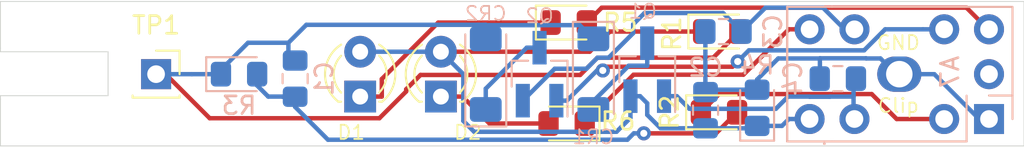
<source format=kicad_pcb>
(kicad_pcb (version 20171130) (host pcbnew "(5.1.5-0-10_14)")

  (general
    (thickness 1.6)
    (drawings 17)
    (tracks 137)
    (zones 0)
    (modules 18)
    (nets 16)
  )

  (page A4)
  (title_block
    (title "Fluke 9010a Probe")
    (date 2021-08-24)
    (rev 1.1)
    (comment 3 "M. Biry")
  )

  (layers
    (0 F.Cu signal hide)
    (31 B.Cu signal)
    (32 B.Adhes user)
    (33 F.Adhes user)
    (34 B.Paste user)
    (35 F.Paste user)
    (36 B.SilkS user)
    (37 F.SilkS user)
    (38 B.Mask user)
    (39 F.Mask user)
    (40 Dwgs.User user hide)
    (41 Cmts.User user)
    (42 Eco1.User user)
    (43 Eco2.User user)
    (44 Edge.Cuts user)
    (45 Margin user)
    (46 B.CrtYd user)
    (47 F.CrtYd user)
    (48 B.Fab user hide)
    (49 F.Fab user hide)
  )

  (setup
    (last_trace_width 0.25)
    (trace_clearance 0.2)
    (zone_clearance 0.508)
    (zone_45_only no)
    (trace_min 0.2)
    (via_size 0.8)
    (via_drill 0.4)
    (via_min_size 0.4)
    (via_min_drill 0.3)
    (uvia_size 0.3)
    (uvia_drill 0.1)
    (uvias_allowed no)
    (uvia_min_size 0.2)
    (uvia_min_drill 0.1)
    (edge_width 0.05)
    (segment_width 0.2)
    (pcb_text_width 0.3)
    (pcb_text_size 1.5 1.5)
    (mod_edge_width 0.12)
    (mod_text_size 1 1)
    (mod_text_width 0.15)
    (pad_size 1.524 1.524)
    (pad_drill 0.762)
    (pad_to_mask_clearance 0.051)
    (solder_mask_min_width 0.25)
    (aux_axis_origin 0 0)
    (visible_elements 7FFFFFFF)
    (pcbplotparams
      (layerselection 0x010fc_ffffffff)
      (usegerberextensions false)
      (usegerberattributes false)
      (usegerberadvancedattributes false)
      (creategerberjobfile false)
      (excludeedgelayer true)
      (linewidth 0.100000)
      (plotframeref false)
      (viasonmask false)
      (mode 1)
      (useauxorigin false)
      (hpglpennumber 1)
      (hpglpenspeed 20)
      (hpglpendiameter 15.000000)
      (psnegative false)
      (psa4output false)
      (plotreference true)
      (plotvalue true)
      (plotinvisibletext false)
      (padsonsilk false)
      (subtractmaskfromsilk false)
      (outputformat 1)
      (mirror false)
      (drillshape 0)
      (scaleselection 1)
      (outputdirectory "/Users/coma/Desktop/KiCAD/Fluke 9010a Probe/Fluke 9010a Probe/gerber/"))
  )

  (net 0 "")
  (net 1 "Net-(A7-Pad2)")
  (net 2 /~PULSEHI)
  (net 3 /+5V)
  (net 4 /SHIELD)
  (net 5 /~GRN)
  (net 6 /PULSELO)
  (net 7 /-.7V)
  (net 8 /~RED)
  (net 9 "Net-(C1-Pad1)")
  (net 10 "Net-(C1-Pad2)")
  (net 11 "Net-(CR1-Pad2)")
  (net 12 "Net-(CR2-Pad1)")
  (net 13 "Net-(D1-Pad1)")
  (net 14 "Net-(D2-Pad1)")
  (net 15 ProbeGND)

  (net_class Default "This is the default net class."
    (clearance 0.2)
    (trace_width 0.25)
    (via_dia 0.8)
    (via_drill 0.4)
    (uvia_dia 0.3)
    (uvia_drill 0.1)
    (add_net /+5V)
    (add_net /-.7V)
    (add_net /PULSELO)
    (add_net /SHIELD)
    (add_net /~GRN)
    (add_net /~PULSEHI)
    (add_net /~RED)
    (add_net "Net-(A7-Pad2)")
    (add_net "Net-(C1-Pad1)")
    (add_net "Net-(C1-Pad2)")
    (add_net "Net-(CR1-Pad2)")
    (add_net "Net-(CR2-Pad1)")
    (add_net "Net-(D1-Pad1)")
    (add_net "Net-(D2-Pad1)")
    (add_net ProbeGND)
  )

  (module Connector_PinSocket_2.54mm:PinSocket_1x01_P2.54mm_Vertical (layer F.Cu) (tedit 5A19A434) (tstamp 6127F946)
    (at 91.567 125.73)
    (descr "Through hole straight socket strip, 1x01, 2.54mm pitch, single row (from Kicad 4.0.7), script generated")
    (tags "Through hole socket strip THT 1x01 2.54mm single row")
    (path /612698D0)
    (fp_text reference TP1 (at 0 -2.77) (layer F.SilkS)
      (effects (font (size 1 1) (thickness 0.15)))
    )
    (fp_text value "Probe Tip" (at 0 2.77) (layer F.Fab)
      (effects (font (size 1 1) (thickness 0.15)))
    )
    (fp_text user %R (at 0 0) (layer F.Fab)
      (effects (font (size 1 1) (thickness 0.15)))
    )
    (fp_line (start -1.8 1.75) (end -1.8 -1.8) (layer F.CrtYd) (width 0.05))
    (fp_line (start 1.75 1.75) (end -1.8 1.75) (layer F.CrtYd) (width 0.05))
    (fp_line (start 1.75 -1.8) (end 1.75 1.75) (layer F.CrtYd) (width 0.05))
    (fp_line (start -1.8 -1.8) (end 1.75 -1.8) (layer F.CrtYd) (width 0.05))
    (fp_line (start 0 -1.33) (end 1.33 -1.33) (layer F.SilkS) (width 0.12))
    (fp_line (start 1.33 -1.33) (end 1.33 0) (layer F.SilkS) (width 0.12))
    (fp_line (start 1.33 1.21) (end 1.33 1.33) (layer F.SilkS) (width 0.12))
    (fp_line (start -1.33 1.21) (end -1.33 1.33) (layer F.SilkS) (width 0.12))
    (fp_line (start -1.33 1.33) (end 1.33 1.33) (layer F.SilkS) (width 0.12))
    (fp_line (start -1.27 1.27) (end -1.27 -1.27) (layer F.Fab) (width 0.1))
    (fp_line (start 1.27 1.27) (end -1.27 1.27) (layer F.Fab) (width 0.1))
    (fp_line (start 1.27 -0.635) (end 1.27 1.27) (layer F.Fab) (width 0.1))
    (fp_line (start 0.635 -1.27) (end 1.27 -0.635) (layer F.Fab) (width 0.1))
    (fp_line (start -1.27 -1.27) (end 0.635 -1.27) (layer F.Fab) (width 0.1))
    (pad 1 thru_hole rect (at 0 0) (size 1.7 1.7) (drill 1) (layers *.Cu *.Mask)
      (net 10 "Net-(C1-Pad2)"))
    (model ${KISYS3DMOD}/Connector_PinSocket_2.54mm.3dshapes/PinSocket_1x01_P2.54mm_Vertical.wrl
      (at (xyz 0 0 0))
      (scale (xyz 1 1 1))
      (rotate (xyz 0 0 0))
    )
  )

  (module Capacitor_SMD:C_0805_2012Metric_Pad1.15x1.40mm_HandSolder (layer B.Cu) (tedit 5B36C52B) (tstamp 613C65BB)
    (at 130.175 125.984 180)
    (descr "Capacitor SMD 0805 (2012 Metric), square (rectangular) end terminal, IPC_7351 nominal with elongated pad for handsoldering. (Body size source: https://docs.google.com/spreadsheets/d/1BsfQQcO9C6DZCsRaXUlFlo91Tg2WpOkGARC1WS5S8t0/edit?usp=sharing), generated with kicad-footprint-generator")
    (tags "capacitor handsolder")
    (path /61412478)
    (attr smd)
    (fp_text reference C4 (at 2.54 0 90) (layer B.SilkS)
      (effects (font (size 1 1) (thickness 0.15)) (justify mirror))
    )
    (fp_text value 44pF (at 0 -1.65) (layer B.Fab)
      (effects (font (size 1 1) (thickness 0.15)) (justify mirror))
    )
    (fp_text user %R (at 0 0) (layer B.Fab)
      (effects (font (size 0.5 0.5) (thickness 0.08)) (justify mirror))
    )
    (fp_line (start 1.85 -0.95) (end -1.85 -0.95) (layer B.CrtYd) (width 0.05))
    (fp_line (start 1.85 0.95) (end 1.85 -0.95) (layer B.CrtYd) (width 0.05))
    (fp_line (start -1.85 0.95) (end 1.85 0.95) (layer B.CrtYd) (width 0.05))
    (fp_line (start -1.85 -0.95) (end -1.85 0.95) (layer B.CrtYd) (width 0.05))
    (fp_line (start -0.261252 -0.71) (end 0.261252 -0.71) (layer B.SilkS) (width 0.12))
    (fp_line (start -0.261252 0.71) (end 0.261252 0.71) (layer B.SilkS) (width 0.12))
    (fp_line (start 1 -0.6) (end -1 -0.6) (layer B.Fab) (width 0.1))
    (fp_line (start 1 0.6) (end 1 -0.6) (layer B.Fab) (width 0.1))
    (fp_line (start -1 0.6) (end 1 0.6) (layer B.Fab) (width 0.1))
    (fp_line (start -1 -0.6) (end -1 0.6) (layer B.Fab) (width 0.1))
    (pad 2 smd roundrect (at 1.025 0 180) (size 1.15 1.4) (layers B.Cu B.Paste B.Mask) (roundrect_rratio 0.217391)
      (net 15 ProbeGND))
    (pad 1 smd roundrect (at -1.025 0 180) (size 1.15 1.4) (layers B.Cu B.Paste B.Mask) (roundrect_rratio 0.217391)
      (net 2 /~PULSEHI))
    (model ${KISYS3DMOD}/Capacitor_SMD.3dshapes/C_0805_2012Metric.wrl
      (at (xyz 0 0 0))
      (scale (xyz 1 1 1))
      (rotate (xyz 0 0 0))
    )
  )

  (module FlukeProbe:FlukeProbe_9Pin_3 (layer B.Cu) (tedit 6135BA11) (tstamp 6127E9EE)
    (at 138.735 128.27 90)
    (descr "Through hole straight socket strip, 1x09, 2.54mm pitch, single row (from Kicad 4.0.7), script generated")
    (tags "Through hole socket strip THT 1x09 2.54mm single row")
    (path /61251F5B)
    (fp_text reference A7 (at 2.667 -2.21 90) (layer B.SilkS)
      (effects (font (size 1 1) (thickness 0.15)) (justify mirror))
    )
    (fp_text value ProbeConn (at 2.286 -9.906 90) (layer B.Fab)
      (effects (font (size 0.508 0.508) (thickness 0.00762)) (justify mirror))
    )
    (fp_line (start -1.27 -11.43) (end -1.27 -8.89) (layer B.Fab) (width 0.12))
    (fp_line (start 6.35 -8.9) (end 6.35 -11.43) (layer B.Fab) (width 0.12))
    (fp_line (start 6.477 -11.43) (end 6.477 -9.3472) (layer B.CrtYd) (width 0.12))
    (fp_line (start -1.397 -9.3472) (end -1.397 -11.43) (layer B.CrtYd) (width 0.12))
    (fp_line (start -1.4 -9.3) (end -1.4 -9.35) (layer B.SilkS) (width 0.12))
    (fp_line (start 6.35 -11.43) (end 6.35 -8.89) (layer B.SilkS) (width 0.12))
    (fp_line (start -1.27 -11.43) (end 6.35 -11.43) (layer B.SilkS) (width 0.12))
    (fp_line (start -1.27 -8.89) (end -1.27 -11.43) (layer B.SilkS) (width 0.12))
    (fp_line (start -1.397 -11.43) (end 6.477 -11.43) (layer B.CrtYd) (width 0.12))
    (fp_line (start -1.397 1.8) (end 6.477 1.8) (layer B.CrtYd) (width 0.12))
    (fp_line (start 6.35 1.3208) (end 1.3208 1.3208) (layer B.Fab) (width 0.12))
    (fp_line (start 6.35 -8.89) (end 6.35 1.3208) (layer B.Fab) (width 0.12))
    (fp_line (start -1.27 -11.43) (end 6.35 -11.43) (layer B.Fab) (width 0.12))
    (fp_line (start -1.27 1.27) (end -1.27 -8.89) (layer B.Fab) (width 0.12))
    (fp_line (start -1.27 -1.27) (end 1.3208 -1.27) (layer B.SilkS) (width 0.12))
    (fp_line (start -1.27 -8.89) (end -1.27 -1.27) (layer B.SilkS) (width 0.12))
    (fp_line (start 6.477 -9.3472) (end 6.477 1.8) (layer B.CrtYd) (width 0.12))
    (fp_line (start -1.397 1.8) (end -1.397 -9.3472) (layer B.CrtYd) (width 0.12))
    (fp_line (start 1.33 1.33) (end 6.35 1.33) (layer B.SilkS) (width 0.12))
    (fp_line (start 6.35 1.27) (end 6.35 -8.89) (layer B.SilkS) (width 0.12))
    (fp_line (start -1.27 -11.43) (end 6.35 -11.43) (layer B.SilkS) (width 0.12))
    (fp_text user %R (at 2.7178 -4.8514 180) (layer B.Fab)
      (effects (font (size 1 1) (thickness 0.15)) (justify mirror))
    )
    (fp_line (start 0 1.33) (end 1.33 1.33) (layer B.SilkS) (width 0.12))
    (fp_line (start 1.33 1.33) (end 1.33 0) (layer B.SilkS) (width 0.12))
    (fp_line (start 0.635 1.27) (end 1.27 0.635) (layer B.Fab) (width 0.1))
    (fp_line (start -1.27 1.27) (end 0.635 1.27) (layer B.Fab) (width 0.1))
    (pad 10 thru_hole oval (at 2.54 -5.08 90) (size 2 2.5) (drill 1.5) (layers *.Cu *.Mask)
      (net 15 ProbeGND))
    (pad 9 thru_hole oval (at 5.08 -10.16 90) (size 1.7 1.7) (drill 1) (layers *.Cu *.Mask)
      (net 8 /~RED))
    (pad 8 thru_hole oval (at 5.08 -7.62 90) (size 1.7 1.7) (drill 1) (layers *.Cu *.Mask)
      (net 7 /-.7V))
    (pad 7 thru_hole oval (at 5.08 -2.54 90) (size 1.7 1.7) (drill 1) (layers *.Cu *.Mask)
      (net 6 /PULSELO))
    (pad 6 thru_hole oval (at 5.08 0 90) (size 1.7 1.7) (drill 1) (layers *.Cu *.Mask)
      (net 5 /~GRN))
    (pad 5 thru_hole oval (at 2.54 0 90) (size 1.7 1.7) (drill 1) (layers *.Cu *.Mask)
      (net 4 /SHIELD))
    (pad 4 thru_hole oval (at 0 -10.16 90) (size 1.7 1.7) (drill 1) (layers *.Cu *.Mask)
      (net 3 /+5V))
    (pad 3 thru_hole oval (at 0 -7.62 90) (size 1.7 1.7) (drill 1) (layers *.Cu *.Mask)
      (net 2 /~PULSEHI))
    (pad 2 thru_hole oval (at 0 -2.54 90) (size 1.7 1.7) (drill 1) (layers *.Cu *.Mask)
      (net 1 "Net-(A7-Pad2)"))
    (pad 1 thru_hole rect (at 0 0 90) (size 1.7 1.7) (drill 1) (layers *.Cu *.Mask)
      (net 15 ProbeGND))
  )

  (module Diode_SMD:D_1806_4516Metric (layer B.Cu) (tedit 5B301BBE) (tstamp 61285EE9)
    (at 110.236 125.73 90)
    (descr "Diode SMD 1806 (4516 Metric), square (rectangular) end terminal, IPC_7351 nominal, (Body size source: https://www.modelithics.com/models/Vendor/MuRata/BLM41P.pdf), generated with kicad-footprint-generator")
    (tags diode)
    (path /6125782D)
    (attr smd)
    (fp_text reference CR2 (at 3.429 0 180) (layer B.SilkS)
      (effects (font (size 0.8 0.8) (thickness 0.1)) (justify mirror))
    )
    (fp_text value 1N4448 (at 0 -1.85 90) (layer B.Fab)
      (effects (font (size 1 1) (thickness 0.15)) (justify mirror))
    )
    (fp_text user %R (at 0 0 90) (layer B.Fab)
      (effects (font (size 1 1) (thickness 0.15)) (justify mirror))
    )
    (fp_line (start 2.95 -1.15) (end -2.95 -1.15) (layer B.CrtYd) (width 0.05))
    (fp_line (start 2.95 1.15) (end 2.95 -1.15) (layer B.CrtYd) (width 0.05))
    (fp_line (start -2.95 1.15) (end 2.95 1.15) (layer B.CrtYd) (width 0.05))
    (fp_line (start -2.95 -1.15) (end -2.95 1.15) (layer B.CrtYd) (width 0.05))
    (fp_line (start -2.96 -1.16) (end 2.25 -1.16) (layer B.SilkS) (width 0.12))
    (fp_line (start -2.96 1.16) (end -2.96 -1.16) (layer B.SilkS) (width 0.12))
    (fp_line (start 2.25 1.16) (end -2.96 1.16) (layer B.SilkS) (width 0.12))
    (fp_line (start 2.25 -0.8) (end 2.25 0.8) (layer B.Fab) (width 0.1))
    (fp_line (start -2.25 -0.8) (end 2.25 -0.8) (layer B.Fab) (width 0.1))
    (fp_line (start -2.25 0.4) (end -2.25 -0.8) (layer B.Fab) (width 0.1))
    (fp_line (start -1.85 0.8) (end -2.25 0.4) (layer B.Fab) (width 0.1))
    (fp_line (start 2.25 0.8) (end -1.85 0.8) (layer B.Fab) (width 0.1))
    (pad 2 smd roundrect (at 2 0 90) (size 1.4 1.8) (layers B.Cu B.Paste B.Mask) (roundrect_rratio 0.178571)
      (net 10 "Net-(C1-Pad2)"))
    (pad 1 smd roundrect (at -2 0 90) (size 1.4 1.8) (layers B.Cu B.Paste B.Mask) (roundrect_rratio 0.178571)
      (net 12 "Net-(CR2-Pad1)"))
    (model ${KISYS3DMOD}/Diode_SMD.3dshapes/D_1806_4516Metric.wrl
      (at (xyz 0 0 0))
      (scale (xyz 1 1 1))
      (rotate (xyz 0 0 0))
    )
  )

  (module Diode_SMD:D_1806_4516Metric (layer B.Cu) (tedit 5B301BBE) (tstamp 6127EA34)
    (at 116.332 125.73 270)
    (descr "Diode SMD 1806 (4516 Metric), square (rectangular) end terminal, IPC_7351 nominal, (Body size source: https://www.modelithics.com/models/Vendor/MuRata/BLM41P.pdf), generated with kicad-footprint-generator")
    (tags diode)
    (path /61254DC2)
    (attr smd)
    (fp_text reference CR1 (at 3.556 0 180) (layer B.SilkS)
      (effects (font (size 0.8 0.8) (thickness 0.1)) (justify mirror))
    )
    (fp_text value 1N4448 (at 0 -1.85 90) (layer B.Fab)
      (effects (font (size 1 1) (thickness 0.15)) (justify mirror))
    )
    (fp_text user %R (at 0 0 90) (layer B.Fab)
      (effects (font (size 1 1) (thickness 0.15)) (justify mirror))
    )
    (fp_line (start 2.95 -1.15) (end -2.95 -1.15) (layer B.CrtYd) (width 0.05))
    (fp_line (start 2.95 1.15) (end 2.95 -1.15) (layer B.CrtYd) (width 0.05))
    (fp_line (start -2.95 1.15) (end 2.95 1.15) (layer B.CrtYd) (width 0.05))
    (fp_line (start -2.95 -1.15) (end -2.95 1.15) (layer B.CrtYd) (width 0.05))
    (fp_line (start -2.96 -1.16) (end 2.25 -1.16) (layer B.SilkS) (width 0.12))
    (fp_line (start -2.96 1.16) (end -2.96 -1.16) (layer B.SilkS) (width 0.12))
    (fp_line (start 2.25 1.16) (end -2.96 1.16) (layer B.SilkS) (width 0.12))
    (fp_line (start 2.25 -0.8) (end 2.25 0.8) (layer B.Fab) (width 0.1))
    (fp_line (start -2.25 -0.8) (end 2.25 -0.8) (layer B.Fab) (width 0.1))
    (fp_line (start -2.25 0.4) (end -2.25 -0.8) (layer B.Fab) (width 0.1))
    (fp_line (start -1.85 0.8) (end -2.25 0.4) (layer B.Fab) (width 0.1))
    (fp_line (start 2.25 0.8) (end -1.85 0.8) (layer B.Fab) (width 0.1))
    (pad 2 smd roundrect (at 2 0 270) (size 1.4 1.8) (layers B.Cu B.Paste B.Mask) (roundrect_rratio 0.178571)
      (net 11 "Net-(CR1-Pad2)"))
    (pad 1 smd roundrect (at -2 0 270) (size 1.4 1.8) (layers B.Cu B.Paste B.Mask) (roundrect_rratio 0.178571)
      (net 10 "Net-(C1-Pad2)"))
    (model ${KISYS3DMOD}/Diode_SMD.3dshapes/D_1806_4516Metric.wrl
      (at (xyz 0 0 0))
      (scale (xyz 1 1 1))
      (rotate (xyz 0 0 0))
    )
  )

  (module Capacitor_SMD:C_0805_2012Metric_Pad1.15x1.40mm_HandSolder (layer B.Cu) (tedit 5B36C52B) (tstamp 6135D29E)
    (at 99.441 125.984 90)
    (descr "Capacitor SMD 0805 (2012 Metric), square (rectangular) end terminal, IPC_7351 nominal with elongated pad for handsoldering. (Body size source: https://docs.google.com/spreadsheets/d/1BsfQQcO9C6DZCsRaXUlFlo91Tg2WpOkGARC1WS5S8t0/edit?usp=sharing), generated with kicad-footprint-generator")
    (tags "capacitor handsolder")
    (path /61250885)
    (attr smd)
    (fp_text reference C1 (at 0 1.65 -90) (layer B.SilkS)
      (effects (font (size 1 1) (thickness 0.15)) (justify mirror))
    )
    (fp_text value "33 pF 100V" (at 0 -1.65 -90) (layer B.Fab)
      (effects (font (size 1 1) (thickness 0.15)) (justify mirror))
    )
    (fp_line (start -1 -0.6) (end -1 0.6) (layer B.Fab) (width 0.1))
    (fp_line (start -1 0.6) (end 1 0.6) (layer B.Fab) (width 0.1))
    (fp_line (start 1 0.6) (end 1 -0.6) (layer B.Fab) (width 0.1))
    (fp_line (start 1 -0.6) (end -1 -0.6) (layer B.Fab) (width 0.1))
    (fp_line (start -0.261252 0.71) (end 0.261252 0.71) (layer B.SilkS) (width 0.12))
    (fp_line (start -0.261252 -0.71) (end 0.261252 -0.71) (layer B.SilkS) (width 0.12))
    (fp_line (start -1.85 -0.95) (end -1.85 0.95) (layer B.CrtYd) (width 0.05))
    (fp_line (start -1.85 0.95) (end 1.85 0.95) (layer B.CrtYd) (width 0.05))
    (fp_line (start 1.85 0.95) (end 1.85 -0.95) (layer B.CrtYd) (width 0.05))
    (fp_line (start 1.85 -0.95) (end -1.85 -0.95) (layer B.CrtYd) (width 0.05))
    (fp_text user %R (at 0 0 -90) (layer B.Fab)
      (effects (font (size 0.5 0.5) (thickness 0.08)) (justify mirror))
    )
    (pad 1 smd roundrect (at -1.025 0 90) (size 1.15 1.4) (layers B.Cu B.Paste B.Mask) (roundrect_rratio 0.217391)
      (net 9 "Net-(C1-Pad1)"))
    (pad 2 smd roundrect (at 1.025 0 90) (size 1.15 1.4) (layers B.Cu B.Paste B.Mask) (roundrect_rratio 0.217391)
      (net 10 "Net-(C1-Pad2)"))
    (model ${KISYS3DMOD}/Capacitor_SMD.3dshapes/C_0805_2012Metric.wrl
      (at (xyz 0 0 0))
      (scale (xyz 1 1 1))
      (rotate (xyz 0 0 0))
    )
  )

  (module Capacitor_SMD:C_0805_2012Metric_Pad1.15x1.40mm_HandSolder (layer B.Cu) (tedit 5B36C52B) (tstamp 6135CEEE)
    (at 122.682 127.771 90)
    (descr "Capacitor SMD 0805 (2012 Metric), square (rectangular) end terminal, IPC_7351 nominal with elongated pad for handsoldering. (Body size source: https://docs.google.com/spreadsheets/d/1BsfQQcO9C6DZCsRaXUlFlo91Tg2WpOkGARC1WS5S8t0/edit?usp=sharing), generated with kicad-footprint-generator")
    (tags "capacitor handsolder")
    (path /61253ACB)
    (attr smd)
    (fp_text reference C2 (at 2.422 0 180) (layer B.SilkS)
      (effects (font (size 1 1) (thickness 0.15)) (justify mirror))
    )
    (fp_text value ".39uF 50V" (at -0.254 2.032 90) (layer B.Fab)
      (effects (font (size 1 1) (thickness 0.15)) (justify mirror))
    )
    (fp_text user %R (at 0 0 90) (layer B.Fab)
      (effects (font (size 0.5 0.5) (thickness 0.08)) (justify mirror))
    )
    (fp_line (start 1.85 -0.95) (end -1.85 -0.95) (layer B.CrtYd) (width 0.05))
    (fp_line (start 1.85 0.95) (end 1.85 -0.95) (layer B.CrtYd) (width 0.05))
    (fp_line (start -1.85 0.95) (end 1.85 0.95) (layer B.CrtYd) (width 0.05))
    (fp_line (start -1.85 -0.95) (end -1.85 0.95) (layer B.CrtYd) (width 0.05))
    (fp_line (start -0.261252 -0.71) (end 0.261252 -0.71) (layer B.SilkS) (width 0.12))
    (fp_line (start -0.261252 0.71) (end 0.261252 0.71) (layer B.SilkS) (width 0.12))
    (fp_line (start 1 -0.6) (end -1 -0.6) (layer B.Fab) (width 0.1))
    (fp_line (start 1 0.6) (end 1 -0.6) (layer B.Fab) (width 0.1))
    (fp_line (start -1 0.6) (end 1 0.6) (layer B.Fab) (width 0.1))
    (fp_line (start -1 -0.6) (end -1 0.6) (layer B.Fab) (width 0.1))
    (pad 2 smd roundrect (at 1.025 0 90) (size 1.15 1.4) (layers B.Cu B.Paste B.Mask) (roundrect_rratio 0.217391)
      (net 15 ProbeGND))
    (pad 1 smd roundrect (at -1.025 0 90) (size 1.15 1.4) (layers B.Cu B.Paste B.Mask) (roundrect_rratio 0.217391)
      (net 3 /+5V))
    (model ${KISYS3DMOD}/Capacitor_SMD.3dshapes/C_0805_2012Metric.wrl
      (at (xyz 0 0 0))
      (scale (xyz 1 1 1))
      (rotate (xyz 0 0 0))
    )
  )

  (module Capacitor_SMD:C_0805_2012Metric_Pad1.15x1.40mm_HandSolder (layer B.Cu) (tedit 5B36C52B) (tstamp 6135D0C5)
    (at 123.698 123.317 180)
    (descr "Capacitor SMD 0805 (2012 Metric), square (rectangular) end terminal, IPC_7351 nominal with elongated pad for handsoldering. (Body size source: https://docs.google.com/spreadsheets/d/1BsfQQcO9C6DZCsRaXUlFlo91Tg2WpOkGARC1WS5S8t0/edit?usp=sharing), generated with kicad-footprint-generator")
    (tags "capacitor handsolder")
    (path /61254546)
    (attr smd)
    (fp_text reference C3 (at -2.803 0 270) (layer B.SilkS)
      (effects (font (size 1 1) (thickness 0.15)) (justify mirror))
    )
    (fp_text value ".39uF 50V" (at 0 -1.65) (layer B.Fab)
      (effects (font (size 1 1) (thickness 0.15)) (justify mirror))
    )
    (fp_line (start -1 -0.6) (end -1 0.6) (layer B.Fab) (width 0.1))
    (fp_line (start -1 0.6) (end 1 0.6) (layer B.Fab) (width 0.1))
    (fp_line (start 1 0.6) (end 1 -0.6) (layer B.Fab) (width 0.1))
    (fp_line (start 1 -0.6) (end -1 -0.6) (layer B.Fab) (width 0.1))
    (fp_line (start -0.261252 0.71) (end 0.261252 0.71) (layer B.SilkS) (width 0.12))
    (fp_line (start -0.261252 -0.71) (end 0.261252 -0.71) (layer B.SilkS) (width 0.12))
    (fp_line (start -1.85 -0.95) (end -1.85 0.95) (layer B.CrtYd) (width 0.05))
    (fp_line (start -1.85 0.95) (end 1.85 0.95) (layer B.CrtYd) (width 0.05))
    (fp_line (start 1.85 0.95) (end 1.85 -0.95) (layer B.CrtYd) (width 0.05))
    (fp_line (start 1.85 -0.95) (end -1.85 -0.95) (layer B.CrtYd) (width 0.05))
    (fp_text user %R (at 0 0) (layer B.Fab)
      (effects (font (size 0.5 0.5) (thickness 0.08)) (justify mirror))
    )
    (pad 1 smd roundrect (at -1.025 0 180) (size 1.15 1.4) (layers B.Cu B.Paste B.Mask) (roundrect_rratio 0.217391)
      (net 7 /-.7V))
    (pad 2 smd roundrect (at 1.025 0 180) (size 1.15 1.4) (layers B.Cu B.Paste B.Mask) (roundrect_rratio 0.217391)
      (net 15 ProbeGND))
    (model ${KISYS3DMOD}/Capacitor_SMD.3dshapes/C_0805_2012Metric.wrl
      (at (xyz 0 0 0))
      (scale (xyz 1 1 1))
      (rotate (xyz 0 0 0))
    )
  )

  (module LED_THT:LED_D3.0mm (layer F.Cu) (tedit 587A3A7B) (tstamp 6127F24A)
    (at 103.124 127 90)
    (descr "LED, diameter 3.0mm, 2 pins")
    (tags "LED diameter 3.0mm 2 pins")
    (path /61263610)
    (fp_text reference D1 (at -2.032 -0.508 180) (layer F.SilkS)
      (effects (font (size 0.8 0.8) (thickness 0.1)))
    )
    (fp_text value GRN (at 4.445 0.127 180) (layer F.Fab)
      (effects (font (size 1 1) (thickness 0.15)))
    )
    (fp_arc (start 1.27 0) (end -0.23 -1.16619) (angle 284.3) (layer F.Fab) (width 0.1))
    (fp_arc (start 1.27 0) (end -0.29 -1.235516) (angle 108.8) (layer F.SilkS) (width 0.12))
    (fp_arc (start 1.27 0) (end -0.29 1.235516) (angle -108.8) (layer F.SilkS) (width 0.12))
    (fp_arc (start 1.27 0) (end 0.229039 -1.08) (angle 87.9) (layer F.SilkS) (width 0.12))
    (fp_arc (start 1.27 0) (end 0.229039 1.08) (angle -87.9) (layer F.SilkS) (width 0.12))
    (fp_circle (center 1.27 0) (end 2.77 0) (layer F.Fab) (width 0.1))
    (fp_line (start -0.23 -1.16619) (end -0.23 1.16619) (layer F.Fab) (width 0.1))
    (fp_line (start -0.29 -1.236) (end -0.29 -1.08) (layer F.SilkS) (width 0.12))
    (fp_line (start -0.29 1.08) (end -0.29 1.236) (layer F.SilkS) (width 0.12))
    (fp_line (start -1.15 -2.25) (end -1.15 2.25) (layer F.CrtYd) (width 0.05))
    (fp_line (start -1.15 2.25) (end 3.7 2.25) (layer F.CrtYd) (width 0.05))
    (fp_line (start 3.7 2.25) (end 3.7 -2.25) (layer F.CrtYd) (width 0.05))
    (fp_line (start 3.7 -2.25) (end -1.15 -2.25) (layer F.CrtYd) (width 0.05))
    (pad 1 thru_hole rect (at 0 0 90) (size 1.8 1.8) (drill 0.9) (layers *.Cu *.Mask)
      (net 13 "Net-(D1-Pad1)"))
    (pad 2 thru_hole circle (at 2.54 0 90) (size 1.8 1.8) (drill 0.9) (layers *.Cu *.Mask)
      (net 3 /+5V))
    (model ${KISYS3DMOD}/LED_THT.3dshapes/LED_D3.0mm.wrl
      (at (xyz 0 0 0))
      (scale (xyz 1 1 1))
      (rotate (xyz 0 0 0))
    )
  )

  (module LED_THT:LED_D3.0mm (layer F.Cu) (tedit 587A3A7B) (tstamp 6127F214)
    (at 107.696 127 90)
    (descr "LED, diameter 3.0mm, 2 pins")
    (tags "LED diameter 3.0mm 2 pins")
    (path /6126478A)
    (fp_text reference D2 (at -2.032 1.524 180) (layer F.SilkS)
      (effects (font (size 0.8 0.8) (thickness 0.1)))
    )
    (fp_text value RED (at 4.445 -0.127 180) (layer F.Fab)
      (effects (font (size 1 1) (thickness 0.15)))
    )
    (fp_line (start 3.7 -2.25) (end -1.15 -2.25) (layer F.CrtYd) (width 0.05))
    (fp_line (start 3.7 2.25) (end 3.7 -2.25) (layer F.CrtYd) (width 0.05))
    (fp_line (start -1.15 2.25) (end 3.7 2.25) (layer F.CrtYd) (width 0.05))
    (fp_line (start -1.15 -2.25) (end -1.15 2.25) (layer F.CrtYd) (width 0.05))
    (fp_line (start -0.29 1.08) (end -0.29 1.236) (layer F.SilkS) (width 0.12))
    (fp_line (start -0.29 -1.236) (end -0.29 -1.08) (layer F.SilkS) (width 0.12))
    (fp_line (start -0.23 -1.16619) (end -0.23 1.16619) (layer F.Fab) (width 0.1))
    (fp_circle (center 1.27 0) (end 2.77 0) (layer F.Fab) (width 0.1))
    (fp_arc (start 1.27 0) (end 0.229039 1.08) (angle -87.9) (layer F.SilkS) (width 0.12))
    (fp_arc (start 1.27 0) (end 0.229039 -1.08) (angle 87.9) (layer F.SilkS) (width 0.12))
    (fp_arc (start 1.27 0) (end -0.29 1.235516) (angle -108.8) (layer F.SilkS) (width 0.12))
    (fp_arc (start 1.27 0) (end -0.29 -1.235516) (angle 108.8) (layer F.SilkS) (width 0.12))
    (fp_arc (start 1.27 0) (end -0.23 -1.16619) (angle 284.3) (layer F.Fab) (width 0.1))
    (pad 2 thru_hole circle (at 2.54 0 90) (size 1.8 1.8) (drill 0.9) (layers *.Cu *.Mask)
      (net 3 /+5V))
    (pad 1 thru_hole rect (at 0 0 90) (size 1.8 1.8) (drill 0.9) (layers *.Cu *.Mask)
      (net 14 "Net-(D2-Pad1)"))
    (model ${KISYS3DMOD}/LED_THT.3dshapes/LED_D3.0mm.wrl
      (at (xyz 0 0 0))
      (scale (xyz 1 1 1))
      (rotate (xyz 0 0 0))
    )
  )

  (module Package_TO_SOT_SMD:SOT-23_Handsoldering (layer B.Cu) (tedit 5A0AB76C) (tstamp 61285F6D)
    (at 119.38 125.476 90)
    (descr "SOT-23, Handsoldering")
    (tags SOT-23)
    (path /612533ED)
    (attr smd)
    (fp_text reference Q1 (at 3.302 -0.254) (layer B.SilkS)
      (effects (font (size 0.8 0.8) (thickness 0.1)) (justify mirror))
    )
    (fp_text value MMBT3906 (at 0 -2.5 -90) (layer B.Fab)
      (effects (font (size 1 1) (thickness 0.15)) (justify mirror))
    )
    (fp_text user %R (at 0 0) (layer B.Fab)
      (effects (font (size 0.5 0.5) (thickness 0.075)) (justify mirror))
    )
    (fp_line (start 0.76 -1.58) (end 0.76 -0.65) (layer B.SilkS) (width 0.12))
    (fp_line (start 0.76 1.58) (end 0.76 0.65) (layer B.SilkS) (width 0.12))
    (fp_line (start -2.7 1.75) (end 2.7 1.75) (layer B.CrtYd) (width 0.05))
    (fp_line (start 2.7 1.75) (end 2.7 -1.75) (layer B.CrtYd) (width 0.05))
    (fp_line (start 2.7 -1.75) (end -2.7 -1.75) (layer B.CrtYd) (width 0.05))
    (fp_line (start -2.7 -1.75) (end -2.7 1.75) (layer B.CrtYd) (width 0.05))
    (fp_line (start 0.76 1.58) (end -2.4 1.58) (layer B.SilkS) (width 0.12))
    (fp_line (start -0.7 0.95) (end -0.7 -1.5) (layer B.Fab) (width 0.1))
    (fp_line (start -0.15 1.52) (end 0.7 1.52) (layer B.Fab) (width 0.1))
    (fp_line (start -0.7 0.95) (end -0.15 1.52) (layer B.Fab) (width 0.1))
    (fp_line (start 0.7 1.52) (end 0.7 -1.52) (layer B.Fab) (width 0.1))
    (fp_line (start -0.7 -1.52) (end 0.7 -1.52) (layer B.Fab) (width 0.1))
    (fp_line (start 0.76 -1.58) (end -0.7 -1.58) (layer B.SilkS) (width 0.12))
    (pad 1 smd rect (at -1.5 0.95 90) (size 1.9 0.8) (layers B.Cu B.Paste B.Mask)
      (net 2 /~PULSEHI))
    (pad 2 smd rect (at -1.5 -0.95 90) (size 1.9 0.8) (layers B.Cu B.Paste B.Mask)
      (net 3 /+5V))
    (pad 3 smd rect (at 1.5 0 90) (size 1.9 0.8) (layers B.Cu B.Paste B.Mask)
      (net 11 "Net-(CR1-Pad2)"))
    (model ${KISYS3DMOD}/Package_TO_SOT_SMD.3dshapes/SOT-23.wrl
      (at (xyz 0 0 0))
      (scale (xyz 1 1 1))
      (rotate (xyz 0 0 0))
    )
  )

  (module Package_TO_SOT_SMD:SOT-23_Handsoldering (layer B.Cu) (tedit 5A0AB76C) (tstamp 6127EA97)
    (at 113.284 125.73 90)
    (descr "SOT-23, Handsoldering")
    (tags SOT-23)
    (path /61253EA2)
    (attr smd)
    (fp_text reference Q2 (at 3.302 0 180) (layer B.SilkS)
      (effects (font (size 0.8 0.8) (thickness 0.1)) (justify mirror))
    )
    (fp_text value MMBT3904 (at 0 -2.5 90) (layer B.Fab)
      (effects (font (size 1 1) (thickness 0.15)) (justify mirror))
    )
    (fp_line (start 0.76 -1.58) (end -0.7 -1.58) (layer B.SilkS) (width 0.12))
    (fp_line (start -0.7 -1.52) (end 0.7 -1.52) (layer B.Fab) (width 0.1))
    (fp_line (start 0.7 1.52) (end 0.7 -1.52) (layer B.Fab) (width 0.1))
    (fp_line (start -0.7 0.95) (end -0.15 1.52) (layer B.Fab) (width 0.1))
    (fp_line (start -0.15 1.52) (end 0.7 1.52) (layer B.Fab) (width 0.1))
    (fp_line (start -0.7 0.95) (end -0.7 -1.5) (layer B.Fab) (width 0.1))
    (fp_line (start 0.76 1.58) (end -2.4 1.58) (layer B.SilkS) (width 0.12))
    (fp_line (start -2.7 -1.75) (end -2.7 1.75) (layer B.CrtYd) (width 0.05))
    (fp_line (start 2.7 -1.75) (end -2.7 -1.75) (layer B.CrtYd) (width 0.05))
    (fp_line (start 2.7 1.75) (end 2.7 -1.75) (layer B.CrtYd) (width 0.05))
    (fp_line (start -2.7 1.75) (end 2.7 1.75) (layer B.CrtYd) (width 0.05))
    (fp_line (start 0.76 1.58) (end 0.76 0.65) (layer B.SilkS) (width 0.12))
    (fp_line (start 0.76 -1.58) (end 0.76 -0.65) (layer B.SilkS) (width 0.12))
    (fp_text user %R (at 0 0 180) (layer B.Fab)
      (effects (font (size 0.5 0.5) (thickness 0.075)) (justify mirror))
    )
    (pad 3 smd rect (at 1.5 0 90) (size 1.9 0.8) (layers B.Cu B.Paste B.Mask)
      (net 12 "Net-(CR2-Pad1)"))
    (pad 2 smd rect (at -1.5 -0.95 90) (size 1.9 0.8) (layers B.Cu B.Paste B.Mask)
      (net 7 /-.7V))
    (pad 1 smd rect (at -1.5 0.95 90) (size 1.9 0.8) (layers B.Cu B.Paste B.Mask)
      (net 6 /PULSELO))
    (model ${KISYS3DMOD}/Package_TO_SOT_SMD.3dshapes/SOT-23.wrl
      (at (xyz 0 0 0))
      (scale (xyz 1 1 1))
      (rotate (xyz 0 0 0))
    )
  )

  (module Diode_SMD:D_0805_2012Metric_Pad1.15x1.40mm_HandSolder (layer F.Cu) (tedit 5B4B45C8) (tstamp 6127EAAA)
    (at 123.571 123.317)
    (descr "Diode SMD 0805 (2012 Metric), square (rectangular) end terminal, IPC_7351 nominal, (Body size source: https://docs.google.com/spreadsheets/d/1BsfQQcO9C6DZCsRaXUlFlo91Tg2WpOkGARC1WS5S8t0/edit?usp=sharing), generated with kicad-footprint-generator")
    (tags "diode handsolder")
    (path /6125BB9F)
    (attr smd)
    (fp_text reference R1 (at -2.794 0.127 90) (layer F.SilkS)
      (effects (font (size 1 1) (thickness 0.15)))
    )
    (fp_text value "205K 1%" (at 0 1.65) (layer F.Fab)
      (effects (font (size 1 1) (thickness 0.15)))
    )
    (fp_line (start 1 -0.6) (end -0.7 -0.6) (layer F.Fab) (width 0.1))
    (fp_line (start -0.7 -0.6) (end -1 -0.3) (layer F.Fab) (width 0.1))
    (fp_line (start -1 -0.3) (end -1 0.6) (layer F.Fab) (width 0.1))
    (fp_line (start -1 0.6) (end 1 0.6) (layer F.Fab) (width 0.1))
    (fp_line (start 1 0.6) (end 1 -0.6) (layer F.Fab) (width 0.1))
    (fp_line (start 1 -0.96) (end -1.86 -0.96) (layer F.SilkS) (width 0.12))
    (fp_line (start -1.86 -0.96) (end -1.86 0.96) (layer F.SilkS) (width 0.12))
    (fp_line (start -1.86 0.96) (end 1 0.96) (layer F.SilkS) (width 0.12))
    (fp_line (start -1.85 0.95) (end -1.85 -0.95) (layer F.CrtYd) (width 0.05))
    (fp_line (start -1.85 -0.95) (end 1.85 -0.95) (layer F.CrtYd) (width 0.05))
    (fp_line (start 1.85 -0.95) (end 1.85 0.95) (layer F.CrtYd) (width 0.05))
    (fp_line (start 1.85 0.95) (end -1.85 0.95) (layer F.CrtYd) (width 0.05))
    (fp_text user %R (at 0 0) (layer F.Fab)
      (effects (font (size 0.5 0.5) (thickness 0.08)))
    )
    (pad 1 smd roundrect (at -1.025 0) (size 1.15 1.4) (layers F.Cu F.Paste F.Mask) (roundrect_rratio 0.217391)
      (net 3 /+5V))
    (pad 2 smd roundrect (at 1.025 0) (size 1.15 1.4) (layers F.Cu F.Paste F.Mask) (roundrect_rratio 0.217391)
      (net 10 "Net-(C1-Pad2)"))
    (model ${KISYS3DMOD}/Diode_SMD.3dshapes/D_0805_2012Metric.wrl
      (at (xyz 0 0 0))
      (scale (xyz 1 1 1))
      (rotate (xyz 0 0 0))
    )
  )

  (module Diode_SMD:D_0805_2012Metric_Pad1.15x1.40mm_HandSolder (layer F.Cu) (tedit 5B4B45C8) (tstamp 613C7077)
    (at 123.444 127.889)
    (descr "Diode SMD 0805 (2012 Metric), square (rectangular) end terminal, IPC_7351 nominal, (Body size source: https://docs.google.com/spreadsheets/d/1BsfQQcO9C6DZCsRaXUlFlo91Tg2WpOkGARC1WS5S8t0/edit?usp=sharing), generated with kicad-footprint-generator")
    (tags "diode handsolder")
    (path /6125C2FD)
    (attr smd)
    (fp_text reference R2 (at -2.803 0 90) (layer F.SilkS)
      (effects (font (size 1 1) (thickness 0.15)))
    )
    (fp_text value 220R (at -0.263 -1.778) (layer F.Fab)
      (effects (font (size 1 1) (thickness 0.15)))
    )
    (fp_text user %R (at 0 0) (layer F.Fab)
      (effects (font (size 0.5 0.5) (thickness 0.08)))
    )
    (fp_line (start 1.85 0.95) (end -1.85 0.95) (layer F.CrtYd) (width 0.05))
    (fp_line (start 1.85 -0.95) (end 1.85 0.95) (layer F.CrtYd) (width 0.05))
    (fp_line (start -1.85 -0.95) (end 1.85 -0.95) (layer F.CrtYd) (width 0.05))
    (fp_line (start -1.85 0.95) (end -1.85 -0.95) (layer F.CrtYd) (width 0.05))
    (fp_line (start -1.86 0.96) (end 1 0.96) (layer F.SilkS) (width 0.12))
    (fp_line (start -1.86 -0.96) (end -1.86 0.96) (layer F.SilkS) (width 0.12))
    (fp_line (start 1 -0.96) (end -1.86 -0.96) (layer F.SilkS) (width 0.12))
    (fp_line (start 1 0.6) (end 1 -0.6) (layer F.Fab) (width 0.1))
    (fp_line (start -1 0.6) (end 1 0.6) (layer F.Fab) (width 0.1))
    (fp_line (start -1 -0.3) (end -1 0.6) (layer F.Fab) (width 0.1))
    (fp_line (start -0.7 -0.6) (end -1 -0.3) (layer F.Fab) (width 0.1))
    (fp_line (start 1 -0.6) (end -0.7 -0.6) (layer F.Fab) (width 0.1))
    (pad 2 smd roundrect (at 1.025 0) (size 1.15 1.4) (layers F.Cu F.Paste F.Mask) (roundrect_rratio 0.217391)
      (net 9 "Net-(C1-Pad1)"))
    (pad 1 smd roundrect (at -1.025 0) (size 1.15 1.4) (layers F.Cu F.Paste F.Mask) (roundrect_rratio 0.217391)
      (net 1 "Net-(A7-Pad2)"))
    (model ${KISYS3DMOD}/Diode_SMD.3dshapes/D_0805_2012Metric.wrl
      (at (xyz 0 0 0))
      (scale (xyz 1 1 1))
      (rotate (xyz 0 0 0))
    )
  )

  (module Diode_SMD:D_0805_2012Metric_Pad1.15x1.40mm_HandSolder (layer B.Cu) (tedit 5B4B45C8) (tstamp 6127F8E7)
    (at 96.266 125.73)
    (descr "Diode SMD 0805 (2012 Metric), square (rectangular) end terminal, IPC_7351 nominal, (Body size source: https://docs.google.com/spreadsheets/d/1BsfQQcO9C6DZCsRaXUlFlo91Tg2WpOkGARC1WS5S8t0/edit?usp=sharing), generated with kicad-footprint-generator")
    (tags "diode handsolder")
    (path /6125CCB9)
    (attr smd)
    (fp_text reference R3 (at 0 1.778) (layer B.SilkS)
      (effects (font (size 1 1) (thickness 0.15)) (justify mirror))
    )
    (fp_text value "100K 1%" (at 0 -1.65) (layer B.Fab)
      (effects (font (size 1 1) (thickness 0.15)) (justify mirror))
    )
    (fp_line (start 1 0.6) (end -0.7 0.6) (layer B.Fab) (width 0.1))
    (fp_line (start -0.7 0.6) (end -1 0.3) (layer B.Fab) (width 0.1))
    (fp_line (start -1 0.3) (end -1 -0.6) (layer B.Fab) (width 0.1))
    (fp_line (start -1 -0.6) (end 1 -0.6) (layer B.Fab) (width 0.1))
    (fp_line (start 1 -0.6) (end 1 0.6) (layer B.Fab) (width 0.1))
    (fp_line (start 1 0.96) (end -1.86 0.96) (layer B.SilkS) (width 0.12))
    (fp_line (start -1.86 0.96) (end -1.86 -0.96) (layer B.SilkS) (width 0.12))
    (fp_line (start -1.86 -0.96) (end 1 -0.96) (layer B.SilkS) (width 0.12))
    (fp_line (start -1.85 -0.95) (end -1.85 0.95) (layer B.CrtYd) (width 0.05))
    (fp_line (start -1.85 0.95) (end 1.85 0.95) (layer B.CrtYd) (width 0.05))
    (fp_line (start 1.85 0.95) (end 1.85 -0.95) (layer B.CrtYd) (width 0.05))
    (fp_line (start 1.85 -0.95) (end -1.85 -0.95) (layer B.CrtYd) (width 0.05))
    (fp_text user %R (at 0 0) (layer B.Fab)
      (effects (font (size 0.5 0.5) (thickness 0.08)) (justify mirror))
    )
    (pad 1 smd roundrect (at -1.025 0) (size 1.15 1.4) (layers B.Cu B.Paste B.Mask) (roundrect_rratio 0.217391)
      (net 10 "Net-(C1-Pad2)"))
    (pad 2 smd roundrect (at 1.025 0) (size 1.15 1.4) (layers B.Cu B.Paste B.Mask) (roundrect_rratio 0.217391)
      (net 9 "Net-(C1-Pad1)"))
    (model ${KISYS3DMOD}/Diode_SMD.3dshapes/D_0805_2012Metric.wrl
      (at (xyz 0 0 0))
      (scale (xyz 1 1 1))
      (rotate (xyz 0 0 0))
    )
  )

  (module Diode_SMD:D_0805_2012Metric_Pad1.15x1.40mm_HandSolder (layer B.Cu) (tedit 5B4B45C8) (tstamp 6127EAE3)
    (at 125.603 127.635 90)
    (descr "Diode SMD 0805 (2012 Metric), square (rectangular) end terminal, IPC_7351 nominal, (Body size source: https://docs.google.com/spreadsheets/d/1BsfQQcO9C6DZCsRaXUlFlo91Tg2WpOkGARC1WS5S8t0/edit?usp=sharing), generated with kicad-footprint-generator")
    (tags "diode handsolder")
    (path /6125D38D)
    (attr smd)
    (fp_text reference R4 (at 2.413 0) (layer B.SilkS)
      (effects (font (size 1 1) (thickness 0.15)) (justify mirror))
    )
    (fp_text value "68K 1/8W" (at 0 -1.65 90) (layer B.Fab)
      (effects (font (size 1 1) (thickness 0.15)) (justify mirror))
    )
    (fp_text user %R (at 0 0 90) (layer B.Fab)
      (effects (font (size 0.5 0.5) (thickness 0.08)) (justify mirror))
    )
    (fp_line (start 1.85 -0.95) (end -1.85 -0.95) (layer B.CrtYd) (width 0.05))
    (fp_line (start 1.85 0.95) (end 1.85 -0.95) (layer B.CrtYd) (width 0.05))
    (fp_line (start -1.85 0.95) (end 1.85 0.95) (layer B.CrtYd) (width 0.05))
    (fp_line (start -1.85 -0.95) (end -1.85 0.95) (layer B.CrtYd) (width 0.05))
    (fp_line (start -1.86 -0.96) (end 1 -0.96) (layer B.SilkS) (width 0.12))
    (fp_line (start -1.86 0.96) (end -1.86 -0.96) (layer B.SilkS) (width 0.12))
    (fp_line (start 1 0.96) (end -1.86 0.96) (layer B.SilkS) (width 0.12))
    (fp_line (start 1 -0.6) (end 1 0.6) (layer B.Fab) (width 0.1))
    (fp_line (start -1 -0.6) (end 1 -0.6) (layer B.Fab) (width 0.1))
    (fp_line (start -1 0.3) (end -1 -0.6) (layer B.Fab) (width 0.1))
    (fp_line (start -0.7 0.6) (end -1 0.3) (layer B.Fab) (width 0.1))
    (fp_line (start 1 0.6) (end -0.7 0.6) (layer B.Fab) (width 0.1))
    (pad 2 smd roundrect (at 1.025 0 90) (size 1.15 1.4) (layers B.Cu B.Paste B.Mask) (roundrect_rratio 0.217391)
      (net 15 ProbeGND))
    (pad 1 smd roundrect (at -1.025 0 90) (size 1.15 1.4) (layers B.Cu B.Paste B.Mask) (roundrect_rratio 0.217391)
      (net 3 /+5V))
    (model ${KISYS3DMOD}/Diode_SMD.3dshapes/D_0805_2012Metric.wrl
      (at (xyz 0 0 0))
      (scale (xyz 1 1 1))
      (rotate (xyz 0 0 0))
    )
  )

  (module Diode_SMD:D_0805_2012Metric_Pad1.15x1.40mm_HandSolder (layer F.Cu) (tedit 5B4B45C8) (tstamp 6127EAF6)
    (at 114.935 122.809)
    (descr "Diode SMD 0805 (2012 Metric), square (rectangular) end terminal, IPC_7351 nominal, (Body size source: https://docs.google.com/spreadsheets/d/1BsfQQcO9C6DZCsRaXUlFlo91Tg2WpOkGARC1WS5S8t0/edit?usp=sharing), generated with kicad-footprint-generator")
    (tags "diode handsolder")
    (path /61264EB2)
    (attr smd)
    (fp_text reference R5 (at 2.921 0) (layer F.SilkS)
      (effects (font (size 1 1) (thickness 0.15)))
    )
    (fp_text value 330R (at -4.073 -0.381) (layer F.Fab)
      (effects (font (size 1 1) (thickness 0.15)))
    )
    (fp_line (start 1 -0.6) (end -0.7 -0.6) (layer F.Fab) (width 0.1))
    (fp_line (start -0.7 -0.6) (end -1 -0.3) (layer F.Fab) (width 0.1))
    (fp_line (start -1 -0.3) (end -1 0.6) (layer F.Fab) (width 0.1))
    (fp_line (start -1 0.6) (end 1 0.6) (layer F.Fab) (width 0.1))
    (fp_line (start 1 0.6) (end 1 -0.6) (layer F.Fab) (width 0.1))
    (fp_line (start 1 -0.96) (end -1.86 -0.96) (layer F.SilkS) (width 0.12))
    (fp_line (start -1.86 -0.96) (end -1.86 0.96) (layer F.SilkS) (width 0.12))
    (fp_line (start -1.86 0.96) (end 1 0.96) (layer F.SilkS) (width 0.12))
    (fp_line (start -1.85 0.95) (end -1.85 -0.95) (layer F.CrtYd) (width 0.05))
    (fp_line (start -1.85 -0.95) (end 1.85 -0.95) (layer F.CrtYd) (width 0.05))
    (fp_line (start 1.85 -0.95) (end 1.85 0.95) (layer F.CrtYd) (width 0.05))
    (fp_line (start 1.85 0.95) (end -1.85 0.95) (layer F.CrtYd) (width 0.05))
    (fp_text user %R (at 0 0) (layer F.Fab)
      (effects (font (size 0.5 0.5) (thickness 0.08)))
    )
    (pad 1 smd roundrect (at -1.025 0) (size 1.15 1.4) (layers F.Cu F.Paste F.Mask) (roundrect_rratio 0.217391)
      (net 13 "Net-(D1-Pad1)"))
    (pad 2 smd roundrect (at 1.025 0) (size 1.15 1.4) (layers F.Cu F.Paste F.Mask) (roundrect_rratio 0.217391)
      (net 5 /~GRN))
    (model ${KISYS3DMOD}/Diode_SMD.3dshapes/D_0805_2012Metric.wrl
      (at (xyz 0 0 0))
      (scale (xyz 1 1 1))
      (rotate (xyz 0 0 0))
    )
  )

  (module Diode_SMD:D_0805_2012Metric_Pad1.15x1.40mm_HandSolder (layer F.Cu) (tedit 5B4B45C8) (tstamp 6127EB09)
    (at 114.817 128.524 180)
    (descr "Diode SMD 0805 (2012 Metric), square (rectangular) end terminal, IPC_7351 nominal, (Body size source: https://docs.google.com/spreadsheets/d/1BsfQQcO9C6DZCsRaXUlFlo91Tg2WpOkGARC1WS5S8t0/edit?usp=sharing), generated with kicad-footprint-generator")
    (tags "diode handsolder")
    (path /612655E1)
    (attr smd)
    (fp_text reference R6 (at -2.912 0.127) (layer F.SilkS)
      (effects (font (size 1 1) (thickness 0.15)))
    )
    (fp_text value 330R (at 4.073 -0.508) (layer F.Fab)
      (effects (font (size 1 1) (thickness 0.15)))
    )
    (fp_text user %R (at 0 0) (layer F.Fab)
      (effects (font (size 0.5 0.5) (thickness 0.08)))
    )
    (fp_line (start 1.85 0.95) (end -1.85 0.95) (layer F.CrtYd) (width 0.05))
    (fp_line (start 1.85 -0.95) (end 1.85 0.95) (layer F.CrtYd) (width 0.05))
    (fp_line (start -1.85 -0.95) (end 1.85 -0.95) (layer F.CrtYd) (width 0.05))
    (fp_line (start -1.85 0.95) (end -1.85 -0.95) (layer F.CrtYd) (width 0.05))
    (fp_line (start -1.86 0.96) (end 1 0.96) (layer F.SilkS) (width 0.12))
    (fp_line (start -1.86 -0.96) (end -1.86 0.96) (layer F.SilkS) (width 0.12))
    (fp_line (start 1 -0.96) (end -1.86 -0.96) (layer F.SilkS) (width 0.12))
    (fp_line (start 1 0.6) (end 1 -0.6) (layer F.Fab) (width 0.1))
    (fp_line (start -1 0.6) (end 1 0.6) (layer F.Fab) (width 0.1))
    (fp_line (start -1 -0.3) (end -1 0.6) (layer F.Fab) (width 0.1))
    (fp_line (start -0.7 -0.6) (end -1 -0.3) (layer F.Fab) (width 0.1))
    (fp_line (start 1 -0.6) (end -0.7 -0.6) (layer F.Fab) (width 0.1))
    (pad 2 smd roundrect (at 1.025 0 180) (size 1.15 1.4) (layers F.Cu F.Paste F.Mask) (roundrect_rratio 0.217391)
      (net 14 "Net-(D2-Pad1)"))
    (pad 1 smd roundrect (at -1.025 0 180) (size 1.15 1.4) (layers F.Cu F.Paste F.Mask) (roundrect_rratio 0.217391)
      (net 8 /~RED))
    (model ${KISYS3DMOD}/Diode_SMD.3dshapes/D_0805_2012Metric.wrl
      (at (xyz 0 0 0))
      (scale (xyz 1 1 1))
      (rotate (xyz 0 0 0))
    )
  )

  (gr_text Clip (at 133.604 127.508) (layer F.SilkS)
    (effects (font (size 0.8 0.8) (thickness 0.1)))
  )
  (gr_text GND (at 133.604 123.952) (layer F.SilkS)
    (effects (font (size 0.8 0.8) (thickness 0.1)))
  )
  (dimension 34.036038 (width 0.15) (layer Dwgs.User)
    (gr_text "34.036 mm" (at 123.687719 114.752235 0.08551602533) (layer Dwgs.User)
      (effects (font (size 1 1) (thickness 0.15)))
    )
    (feature1 (pts (xy 106.68 121.666) (xy 106.670784 115.491214)))
    (feature2 (pts (xy 140.716 121.6152) (xy 140.706784 115.440414)))
    (crossbar (pts (xy 140.707659 116.026834) (xy 106.671659 116.077634)))
    (arrow1a (pts (xy 106.671659 116.077634) (xy 107.797286 115.489533)))
    (arrow1b (pts (xy 106.671659 116.077634) (xy 107.799037 116.662373)))
    (arrow2a (pts (xy 140.707659 116.026834) (xy 139.580281 115.442095)))
    (arrow2b (pts (xy 140.707659 116.026834) (xy 139.582032 116.614935)))
  )
  (dimension 21.005861 (width 0.15) (layer Dwgs.User)
    (gr_text "21.006 mm" (at 93.276133 113.357181 359.8614373) (layer Dwgs.User)
      (effects (font (size 1 1) (thickness 0.15)))
    )
    (feature1 (pts (xy 103.759 121.666) (xy 103.777307 114.096158)))
    (feature2 (pts (xy 82.7532 121.6152) (xy 82.771507 114.045358)))
    (crossbar (pts (xy 82.770089 114.631777) (xy 103.775889 114.682577)))
    (arrow1a (pts (xy 103.775889 114.682577) (xy 102.64797 115.266272)))
    (arrow1b (pts (xy 103.775889 114.682577) (xy 102.650807 114.093434)))
    (arrow2a (pts (xy 82.770089 114.631777) (xy 83.895171 115.22092)))
    (arrow2b (pts (xy 82.770089 114.631777) (xy 83.898008 114.048082)))
  )
  (gr_line (start 82.7532 127.1524) (end 82.7532 126.9492) (layer Edge.Cuts) (width 0.05) (tstamp 6127F6F2))
  (gr_line (start 82.7532 124.2568) (end 82.7532 124.46) (layer Edge.Cuts) (width 0.05) (tstamp 6127F6F1))
  (gr_line (start 88.8492 124.46) (end 88.8492 126.9492) (layer Edge.Cuts) (width 0.05) (tstamp 6127F6F0))
  (dimension 2.4892 (width 0.15) (layer Dwgs.User)
    (gr_text "2.489 mm" (at 80.1832 125.7046 270) (layer Dwgs.User)
      (effects (font (size 1 1) (thickness 0.15)))
    )
    (feature1 (pts (xy 82.7532 126.9492) (xy 80.896779 126.9492)))
    (feature2 (pts (xy 82.7532 124.46) (xy 80.896779 124.46)))
    (crossbar (pts (xy 81.4832 124.46) (xy 81.4832 126.9492)))
    (arrow1a (pts (xy 81.4832 126.9492) (xy 80.896779 125.822696)))
    (arrow1b (pts (xy 81.4832 126.9492) (xy 82.069621 125.822696)))
    (arrow2a (pts (xy 81.4832 124.46) (xy 80.896779 125.586504)))
    (arrow2b (pts (xy 81.4832 124.46) (xy 82.069621 125.586504)))
  )
  (gr_line (start 82.7532 124.2568) (end 82.7532 121.6152) (layer Edge.Cuts) (width 0.05) (tstamp 612512AD))
  (gr_line (start 82.7532 127.1524) (end 82.7532 129.794) (layer Edge.Cuts) (width 0.05) (tstamp 612512A4))
  (gr_line (start 82.7532 126.9492) (end 88.8492 126.9492) (layer Edge.Cuts) (width 0.05))
  (gr_line (start 82.7532 124.46) (end 88.8492 124.46) (layer Edge.Cuts) (width 0.05))
  (dimension 57.9628 (width 0.15) (layer Dwgs.User)
    (gr_text "57.963 mm" (at 111.7346 139.3236) (layer Dwgs.User)
      (effects (font (size 1 1) (thickness 0.15)))
    )
    (feature1 (pts (xy 140.716 129.794) (xy 140.716 138.610021)))
    (feature2 (pts (xy 82.7532 129.794) (xy 82.7532 138.610021)))
    (crossbar (pts (xy 82.7532 138.0236) (xy 140.716 138.0236)))
    (arrow1a (pts (xy 140.716 138.0236) (xy 139.589496 138.610021)))
    (arrow1b (pts (xy 140.716 138.0236) (xy 139.589496 137.437179)))
    (arrow2a (pts (xy 82.7532 138.0236) (xy 83.879704 138.610021)))
    (arrow2b (pts (xy 82.7532 138.0236) (xy 83.879704 137.437179)))
  )
  (dimension 8.1788 (width 0.15) (layer Dwgs.User)
    (gr_text "8.179 mm" (at 77.7448 125.7046 270) (layer Dwgs.User)
      (effects (font (size 1 1) (thickness 0.15)))
    )
    (feature1 (pts (xy 82.7532 129.794) (xy 78.458379 129.794)))
    (feature2 (pts (xy 82.7532 121.6152) (xy 78.458379 121.6152)))
    (crossbar (pts (xy 79.0448 121.6152) (xy 79.0448 129.794)))
    (arrow1a (pts (xy 79.0448 129.794) (xy 78.458379 128.667496)))
    (arrow1b (pts (xy 79.0448 129.794) (xy 79.631221 128.667496)))
    (arrow2a (pts (xy 79.0448 121.6152) (xy 78.458379 122.741704)))
    (arrow2b (pts (xy 79.0448 121.6152) (xy 79.631221 122.741704)))
  )
  (gr_line (start 140.716 129.794) (end 82.7532 129.794) (layer Edge.Cuts) (width 0.05))
  (gr_line (start 140.716 121.6152) (end 140.716 129.794) (layer Edge.Cuts) (width 0.05))
  (gr_line (start 82.7532 121.6152) (end 140.716 121.6152) (layer Edge.Cuts) (width 0.05))

  (segment (start 122.419 127.889) (end 123.45 126.858) (width 0.25) (layer F.Cu) (net 1))
  (segment (start 123.45 126.858) (end 132.093 126.858) (width 0.25) (layer F.Cu) (net 1))
  (segment (start 132.093 126.858) (end 133.505 128.27) (width 0.25) (layer F.Cu) (net 1))
  (segment (start 133.505 128.27) (end 136.195 128.27) (width 0.25) (layer F.Cu) (net 1))
  (segment (start 131.064 128.219) (end 131.064 127) (width 0.25) (layer B.Cu) (net 2))
  (segment (start 131.115 128.27) (end 131.064 128.219) (width 0.25) (layer B.Cu) (net 2))
  (segment (start 131.064 127) (end 131.064 125.857) (width 0.25) (layer B.Cu) (net 2))
  (segment (start 128.57781 127) (end 128.58682 127.00901) (width 0.25) (layer B.Cu) (net 2))
  (segment (start 128.58682 127.00901) (end 129.71318 127.00901) (width 0.25) (layer B.Cu) (net 2))
  (segment (start 126.6647 127.6925) (end 127.3572 127) (width 0.25) (layer B.Cu) (net 2))
  (segment (start 121.0553 126.976) (end 121.7718 127.6925) (width 0.25) (layer B.Cu) (net 2))
  (segment (start 121.7718 127.6925) (end 126.6647 127.6925) (width 0.25) (layer B.Cu) (net 2))
  (segment (start 129.72219 127) (end 131.064 127) (width 0.25) (layer B.Cu) (net 2))
  (segment (start 127.3572 127) (end 128.57781 127) (width 0.25) (layer B.Cu) (net 2))
  (segment (start 129.71318 127.00901) (end 129.72219 127) (width 0.25) (layer B.Cu) (net 2))
  (segment (start 120.33 126.976) (end 121.0553 126.976) (width 0.25) (layer B.Cu) (net 2))
  (segment (start 122.546 123.317) (end 117.2625 123.317) (width 0.25) (layer F.Cu) (net 3))
  (segment (start 117.2625 123.317) (end 116.1195 124.46) (width 0.25) (layer F.Cu) (net 3))
  (segment (start 116.1195 124.46) (end 107.696 124.46) (width 0.25) (layer F.Cu) (net 3))
  (segment (start 122.428 128.796) (end 125.467 128.796) (width 0.25) (layer B.Cu) (net 3))
  (segment (start 125.467 128.796) (end 125.603 128.66) (width 0.25) (layer B.Cu) (net 3))
  (segment (start 103.124 124.46) (end 107.696 124.46) (width 0.25) (layer B.Cu) (net 3))
  (segment (start 128.575 128.27) (end 127.3997 128.27) (width 0.25) (layer B.Cu) (net 3))
  (segment (start 125.603 128.66) (end 127.0097 128.66) (width 0.25) (layer B.Cu) (net 3))
  (segment (start 127.0097 128.66) (end 127.3997 128.27) (width 0.25) (layer B.Cu) (net 3))
  (segment (start 119.38 128.0345) (end 120.1415 128.796) (width 0.25) (layer B.Cu) (net 3))
  (segment (start 120.1415 128.796) (end 122.428 128.796) (width 0.25) (layer B.Cu) (net 3))
  (segment (start 119.38 127.381) (end 119.38 128.0345) (width 0.25) (layer B.Cu) (net 3))
  (segment (start 118.975 126.976) (end 119.38 127.381) (width 0.25) (layer B.Cu) (net 3))
  (segment (start 118.43 126.976) (end 118.975 126.976) (width 0.25) (layer B.Cu) (net 3))
  (segment (start 109.582079 128.993979) (end 117.640021 128.993979) (width 0.25) (layer B.Cu) (net 3))
  (segment (start 108.9654 128.3773) (end 109.582079 128.993979) (width 0.25) (layer B.Cu) (net 3))
  (segment (start 108.9654 125.7294) (end 108.9654 128.3773) (width 0.25) (layer B.Cu) (net 3))
  (segment (start 107.696 124.46) (end 108.9654 125.7294) (width 0.25) (layer B.Cu) (net 3))
  (segment (start 118.43 128.204) (end 118.43 126.976) (width 0.25) (layer B.Cu) (net 3))
  (segment (start 117.640021 128.993979) (end 118.43 128.204) (width 0.25) (layer B.Cu) (net 3))
  (segment (start 137.45921 121.96521) (end 116.80379 121.96521) (width 0.25) (layer F.Cu) (net 5))
  (segment (start 116.80379 121.96521) (end 115.96 122.809) (width 0.25) (layer F.Cu) (net 5))
  (segment (start 138.684 123.19) (end 137.45921 121.96521) (width 0.25) (layer F.Cu) (net 5))
  (segment (start 138.735 123.19) (end 138.684 123.19) (width 0.25) (layer F.Cu) (net 5))
  (segment (start 116.8631 125.5214) (end 117.0744 125.3101) (width 0.25) (layer F.Cu) (net 6))
  (segment (start 117.0744 125.3101) (end 124.2067 125.3101) (width 0.25) (layer F.Cu) (net 6))
  (segment (start 124.2067 125.3101) (end 124.504 125.0128) (width 0.25) (layer F.Cu) (net 6))
  (via (at 124.504 125.0128) (size 0.8) (layers F.Cu B.Cu) (net 6))
  (via (at 116.8631 125.5214) (size 0.8) (layers F.Cu B.Cu) (net 6))
  (segment (start 116.5362 125.5214) (end 116.8631 125.5214) (width 0.25) (layer B.Cu) (net 6))
  (segment (start 114.8276 127.23) (end 116.5362 125.5214) (width 0.25) (layer B.Cu) (net 6))
  (segment (start 114.234 127.23) (end 114.8276 127.23) (width 0.25) (layer B.Cu) (net 6))
  (segment (start 134.992919 123.19) (end 136.195 123.19) (width 0.25) (layer B.Cu) (net 6))
  (segment (start 132.854002 123.19) (end 134.992919 123.19) (width 0.25) (layer B.Cu) (net 6))
  (segment (start 131.662023 124.381979) (end 132.854002 123.19) (width 0.25) (layer B.Cu) (net 6))
  (segment (start 125.134821 124.381979) (end 131.662023 124.381979) (width 0.25) (layer B.Cu) (net 6))
  (segment (start 124.504 125.0128) (end 125.134821 124.381979) (width 0.25) (layer B.Cu) (net 6))
  (segment (start 114.1401 125.4239) (end 112.334 127.23) (width 0.25) (layer B.Cu) (net 7))
  (segment (start 117.1956 124.7961) (end 116.5627 124.7961) (width 0.25) (layer B.Cu) (net 7))
  (segment (start 112.334 127.23) (end 112.268 127.23) (width 0.25) (layer B.Cu) (net 7))
  (segment (start 115.935 125.4238) (end 115.935 125.4239) (width 0.25) (layer B.Cu) (net 7))
  (segment (start 116.5627 124.7961) (end 115.935 125.4238) (width 0.25) (layer B.Cu) (net 7))
  (segment (start 118.5827 122.9118) (end 118.5827 123.409) (width 0.25) (layer B.Cu) (net 7))
  (segment (start 118.5827 123.409) (end 117.1956 124.7961) (width 0.25) (layer B.Cu) (net 7))
  (segment (start 123.6747 122.2687) (end 119.2258 122.2687) (width 0.25) (layer B.Cu) (net 7))
  (segment (start 119.2258 122.2687) (end 118.5827 122.9118) (width 0.25) (layer B.Cu) (net 7))
  (segment (start 115.935 125.4239) (end 114.1401 125.4239) (width 0.25) (layer B.Cu) (net 7))
  (segment (start 124.723 123.317) (end 123.6747 122.2687) (width 0.25) (layer B.Cu) (net 7))
  (segment (start 130.556 123.19) (end 131.115 123.19) (width 0.25) (layer B.Cu) (net 7))
  (segment (start 129.33121 121.96521) (end 130.556 123.19) (width 0.25) (layer B.Cu) (net 7))
  (segment (start 126.07479 121.96521) (end 129.33121 121.96521) (width 0.25) (layer B.Cu) (net 7))
  (segment (start 124.723 123.317) (end 126.07479 121.96521) (width 0.25) (layer B.Cu) (net 7))
  (segment (start 115.842 128.524) (end 118.6055 125.7605) (width 0.25) (layer F.Cu) (net 8))
  (segment (start 118.6055 125.7605) (end 124.8292 125.7605) (width 0.25) (layer F.Cu) (net 8))
  (segment (start 124.8292 125.7605) (end 127.3997 123.19) (width 0.25) (layer F.Cu) (net 8))
  (segment (start 128.575 123.19) (end 127.3997 123.19) (width 0.25) (layer F.Cu) (net 8))
  (segment (start 124.469 127.889) (end 123.2761 129.0819) (width 0.25) (layer F.Cu) (net 9))
  (via (at 119.1849 129.0819) (size 0.8) (layers F.Cu B.Cu) (net 9))
  (segment (start 123.2761 129.0819) (end 119.1849 129.0819) (width 0.25) (layer F.Cu) (net 9))
  (segment (start 98.741 127.009) (end 99.441 127.009) (width 0.25) (layer B.Cu) (net 9))
  (segment (start 98.732 127) (end 98.741 127.009) (width 0.25) (layer B.Cu) (net 9))
  (segment (start 97.917 127) (end 98.732 127) (width 0.25) (layer B.Cu) (net 9))
  (segment (start 97.282 126.365) (end 97.917 127) (width 0.25) (layer B.Cu) (net 9))
  (segment (start 97.282 125.73) (end 97.282 126.365) (width 0.25) (layer B.Cu) (net 9))
  (segment (start 118.619215 129.0819) (end 118.257125 129.44399) (width 0.25) (layer B.Cu) (net 9))
  (segment (start 101.30099 129.44399) (end 99.441 127.584) (width 0.25) (layer B.Cu) (net 9))
  (segment (start 119.1849 129.0819) (end 118.619215 129.0819) (width 0.25) (layer B.Cu) (net 9))
  (segment (start 118.257125 129.44399) (end 101.30099 129.44399) (width 0.25) (layer B.Cu) (net 9))
  (segment (start 99.441 127.584) (end 99.441 127.009) (width 0.25) (layer B.Cu) (net 9))
  (segment (start 124.596 123.317) (end 123.1169 124.7961) (width 0.25) (layer F.Cu) (net 10))
  (segment (start 123.1169 124.7961) (end 116.5627 124.7961) (width 0.25) (layer F.Cu) (net 10))
  (segment (start 116.5627 124.7961) (end 115.5842 125.7746) (width 0.25) (layer F.Cu) (net 10))
  (segment (start 115.5842 125.7746) (end 106.5411 125.7746) (width 0.25) (layer F.Cu) (net 10))
  (segment (start 106.5411 125.7746) (end 105.7286 126.5871) (width 0.25) (layer F.Cu) (net 10))
  (segment (start 105.7286 126.5871) (end 105.7286 126.7097) (width 0.25) (layer F.Cu) (net 10))
  (segment (start 105.7286 126.7097) (end 104.2129 128.2254) (width 0.25) (layer F.Cu) (net 10))
  (segment (start 104.2129 128.2254) (end 94.6027 128.2254) (width 0.25) (layer F.Cu) (net 10))
  (segment (start 94.6027 128.2254) (end 92.1073 125.73) (width 0.25) (layer F.Cu) (net 10))
  (segment (start 90.932 125.73) (end 92.1073 125.73) (width 0.25) (layer F.Cu) (net 10))
  (segment (start 115.5566 122.9546) (end 116.332 123.73) (width 0.25) (layer B.Cu) (net 10))
  (segment (start 110.236 122.9546) (end 115.5566 122.9546) (width 0.25) (layer B.Cu) (net 10))
  (segment (start 110.236 123.73) (end 110.236 122.9546) (width 0.25) (layer B.Cu) (net 10))
  (segment (start 99.06 124.959) (end 99.06 123.952) (width 0.25) (layer B.Cu) (net 10))
  (segment (start 110.236 122.936) (end 110.236 123.73) (width 0.25) (layer B.Cu) (net 10))
  (segment (start 100.076 122.936) (end 110.236 122.936) (width 0.25) (layer B.Cu) (net 10))
  (segment (start 99.06 123.952) (end 100.076 122.936) (width 0.25) (layer B.Cu) (net 10))
  (segment (start 93.59 125.73) (end 90.932 125.73) (width 0.25) (layer B.Cu) (net 10))
  (segment (start 94.996 125.73) (end 93.59 125.73) (width 0.25) (layer B.Cu) (net 10))
  (segment (start 96.774 123.952) (end 94.996 125.73) (width 0.25) (layer B.Cu) (net 10))
  (segment (start 99.06 123.952) (end 96.774 123.952) (width 0.25) (layer B.Cu) (net 10))
  (segment (start 119.38 123.976) (end 119.38 125.2513) (width 0.25) (layer B.Cu) (net 11))
  (segment (start 119.38 125.2513) (end 118.3351 125.2513) (width 0.25) (layer B.Cu) (net 11))
  (segment (start 118.3351 125.2513) (end 116.332 127.2544) (width 0.25) (layer B.Cu) (net 11))
  (segment (start 116.332 127.2544) (end 116.332 127.73) (width 0.25) (layer B.Cu) (net 11))
  (segment (start 113.284 124.23) (end 112.5587 124.23) (width 0.25) (layer B.Cu) (net 12))
  (segment (start 112.5587 124.23) (end 110.236 126.5527) (width 0.25) (layer B.Cu) (net 12))
  (segment (start 110.236 126.5527) (end 110.236 127.73) (width 0.25) (layer B.Cu) (net 12))
  (segment (start 103.124 127) (end 104.3493 127) (width 0.25) (layer F.Cu) (net 13))
  (segment (start 113.91 122.809) (end 107.5447 122.809) (width 0.25) (layer F.Cu) (net 13))
  (segment (start 107.5447 122.809) (end 104.3493 126.0044) (width 0.25) (layer F.Cu) (net 13))
  (segment (start 104.3493 126.0044) (end 104.3493 127) (width 0.25) (layer F.Cu) (net 13))
  (segment (start 107.696 127) (end 108.9213 127) (width 0.25) (layer F.Cu) (net 14))
  (segment (start 113.792 128.524) (end 110.4453 128.524) (width 0.25) (layer F.Cu) (net 14))
  (segment (start 110.4453 128.524) (end 108.9213 127) (width 0.25) (layer F.Cu) (net 14))
  (segment (start 122.673 126.61) (end 125.603 126.61) (width 0.25) (layer B.Cu) (net 15))
  (segment (start 122.673 126.61) (end 122.673 123.317) (width 0.25) (layer B.Cu) (net 15))
  (segment (start 138.176 128.27) (end 135.636 125.73) (width 0.25) (layer B.Cu) (net 15))
  (segment (start 135.636 125.73) (end 133.655 125.73) (width 0.25) (layer B.Cu) (net 15))
  (segment (start 138.735 128.27) (end 138.176 128.27) (width 0.25) (layer B.Cu) (net 15))
  (segment (start 125.603 126.035) (end 126.797 124.841) (width 0.25) (layer B.Cu) (net 15))
  (segment (start 125.603 126.61) (end 125.603 126.035) (width 0.25) (layer B.Cu) (net 15))
  (segment (start 126.797 124.841) (end 129.159 124.841) (width 0.25) (layer B.Cu) (net 15))
  (segment (start 129.159 125.839) (end 129.159 124.841) (width 0.25) (layer B.Cu) (net 15))
  (segment (start 129.15 125.848) (end 129.159 125.839) (width 0.25) (layer B.Cu) (net 15))
  (segment (start 129.15 125.984) (end 129.15 125.848) (width 0.25) (layer B.Cu) (net 15))
  (segment (start 133.477 125.73) (end 133.655 125.73) (width 0.25) (layer B.Cu) (net 15))
  (segment (start 131.76318 124.83199) (end 131.77219 124.841) (width 0.25) (layer B.Cu) (net 15))
  (segment (start 132.588 124.841) (end 133.477 125.73) (width 0.25) (layer B.Cu) (net 15))
  (segment (start 131.77219 124.841) (end 132.588 124.841) (width 0.25) (layer B.Cu) (net 15))
  (segment (start 129.16801 124.83199) (end 131.76318 124.83199) (width 0.25) (layer B.Cu) (net 15))
  (segment (start 129.159 124.841) (end 129.16801 124.83199) (width 0.25) (layer B.Cu) (net 15))

)

</source>
